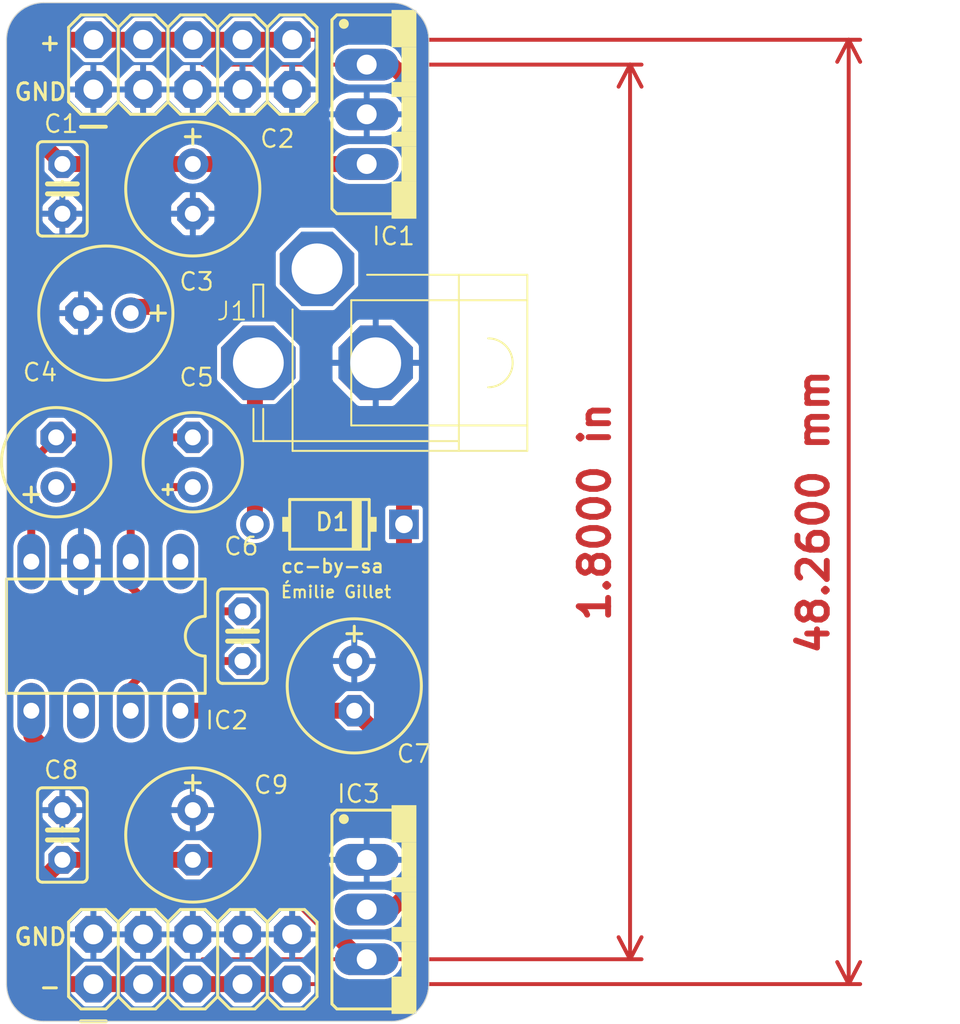
<source format=kicad_pcb>
(kicad_pcb (version 20240108) (generator "pcbnew") (generator_version "8.0")
  (layers (0 "F.Cu" signal) (31 "B.Cu" signal) (34 "B.Paste" user) (35 "F.Paste" user) (36 "B.SilkS" user "B.Silkscreen") (37 "F.SilkS" user "F.Silkscreen") (38 "B.Mask" user) (39 "F.Mask" user) (44 "Edge.Cuts" user))
  (net 0 "")
  (net 1 "GND")
  (net 2 "VCC")
  (net 3 "N$44")
  (net 4 "N$46")
  (net 5 "N$47")
  (net 6 "N$48")
  (net 7 "VEE")
  (net 8 "N$58")
  (net 9 "N$49")
  (footprint "bbf-supply:AVR_ICSP" (layer "F.Cu") (at 147.2311 82.1386 90)
    (property "Reference" "JP1" (hide yes))
    (property "Value" "M05X2PTH" (hide yes))
    (fp_line (start 1.905 -6.35) (end 2.54 -5.715) (stroke (width 0.1524)) (layer "F.SilkS"))
    (fp_line (start -1.905 -6.35) (end 1.905 -6.35) (stroke (width 0.1524)) (layer "F.SilkS"))
    (fp_line (start -1.905 -6.35) (end -2.54 -5.715) (stroke (width 0.1524)) (layer "F.SilkS"))
    (fp_line (start 2.54 -5.715) (end 2.54 -4.445) (stroke (width 0.1524)) (layer "F.SilkS"))
    (fp_line (start -2.54 -5.715) (end -2.54 -4.445) (stroke (width 0.1524)) (layer "F.SilkS"))
    (fp_line (start -3.175 -5.715) (end -3.175 -4.445) (stroke (width 0.2032)) (layer "F.SilkS"))
    (fp_line (start 2.54 -4.445) (end 1.905 -3.81) (stroke (width 0.1524)) (layer "F.SilkS"))
    (fp_line (start -2.54 -4.445) (end -1.905 -3.81) (stroke (width 0.1524)) (layer "F.SilkS"))
    (fp_line (start 1.905 -3.81) (end -1.905 -3.81) (stroke (width 0.1524)) (layer "F.SilkS"))
    (fp_line (start 1.905 -3.81) (end 2.54 -3.175) (stroke (width 0.1524)) (layer "F.SilkS"))
    (fp_line (start -1.905 -3.81) (end -2.54 -3.175) (stroke (width 0.1524)) (layer "F.SilkS"))
    (fp_line (start 2.54 -3.175) (end 2.54 -1.905) (stroke (width 0.1524)) (layer "F.SilkS"))
    (fp_line (start -2.54 -3.175) (end -2.54 -1.905) (stroke (width 0.1524)) (layer "F.SilkS"))
    (fp_line (start 2.54 -1.905) (end 1.905 -1.27) (stroke (width 0.1524)) (layer "F.SilkS"))
    (fp_line (start -2.54 -1.905) (end -1.905 -1.27) (stroke (width 0.1524)) (layer "F.SilkS"))
    (fp_line (start 1.905 -1.27) (end -1.905 -1.27) (stroke (width 0.1524)) (layer "F.SilkS"))
    (fp_line (start 1.905 -1.27) (end 2.54 -0.635) (stroke (width 0.1524)) (layer "F.SilkS"))
    (fp_line (start -1.905 -1.27) (end -2.54 -0.635) (stroke (width 0.1524)) (layer "F.SilkS"))
    (fp_line (start 2.54 -0.635) (end 2.54 0.635) (stroke (width 0.1524)) (layer "F.SilkS"))
    (fp_line (start -2.54 -0.635) (end -2.54 0.635) (stroke (width 0.1524)) (layer "F.SilkS"))
    (fp_line (start 2.54 0.635) (end 1.905 1.27) (stroke (width 0.1524)) (layer "F.SilkS"))
    (fp_line (start -2.54 0.635) (end -1.905 1.27) (stroke (width 0.1524)) (layer "F.SilkS"))
    (fp_line (start 1.905 1.27) (end -1.905 1.27) (stroke (width 0.1524)) (layer "F.SilkS"))
    (fp_line (start 1.905 1.27) (end 2.54 1.905) (stroke (width 0.1524)) (layer "F.SilkS"))
    (fp_line (start -1.905 1.27) (end -2.54 1.905) (stroke (width 0.1524)) (layer "F.SilkS"))
    (fp_line (start 2.54 1.905) (end 2.54 3.175) (stroke (width 0.1524)) (layer "F.SilkS"))
    (fp_line (start -2.54 1.905) (end -2.54 3.175) (stroke (width 0.1524)) (layer "F.SilkS"))
    (fp_line (start 2.54 3.175) (end 1.905 3.81) (stroke (width 0.1524)) (layer "F.SilkS"))
    (fp_line (start -2.54 3.175) (end -1.905 3.81) (stroke (width 0.1524)) (layer "F.SilkS"))
    (fp_line (start 1.905 3.81) (end -1.905 3.81) (stroke (width 0.1524)) (layer "F.SilkS"))
    (fp_line (start 1.905 3.81) (end 2.54 4.445) (stroke (width 0.1524)) (layer "F.SilkS"))
    (fp_line (start -1.905 3.81) (end -2.54 4.445) (stroke (width 0.1524)) (layer "F.SilkS"))
    (fp_line (start 2.54 4.445) (end 2.54 5.715) (stroke (width 0.1524)) (layer "F.SilkS"))
    (fp_line (start -2.54 4.445) (end -2.54 5.715) (stroke (width 0.1524)) (layer "F.SilkS"))
    (fp_line (start 2.54 5.715) (end 1.905 6.35) (stroke (width 0.1524)) (layer "F.SilkS"))
    (fp_line (start -2.54 5.715) (end -1.905 6.35) (stroke (width 0.1524)) (layer "F.SilkS"))
    (fp_line (start 1.905 6.35) (end -1.905 6.35) (stroke (width 0.1524)) (layer "F.SilkS"))
    (fp_poly (pts (xy -1.524 0.254) (xy -1.016 0.254) (xy -1.016 -0.254) (xy -1.524 -0.254)) (fill solid) (layer "F.SilkS"))
    (pad "1" thru_hole roundrect (at -1.27 -5.08) (size 1.8796 1.8796) (drill 1.016) (layers "*.Cu" "*.Mask") (chamfer_ratio 0.2928932188) (chamfer top_left top_right bottom_left bottom_right) (net 1 "GND"))
    (pad "2" thru_hole roundrect (at 1.27 -5.08) (size 1.8796 1.8796) (drill 1.016) (layers "*.Cu" "*.Mask") (chamfer_ratio 0.2928932188) (chamfer top_left top_right bottom_left bottom_right) (net 2 "VCC"))
    (pad "3" thru_hole roundrect (at -1.27 -2.54) (size 1.8796 1.8796) (drill 1.016) (layers "*.Cu" "*.Mask") (chamfer_ratio 0.2928932188) (chamfer top_left top_right bottom_left bottom_right) (net 1 "GND"))
    (pad "4" thru_hole roundrect (at 1.27 -2.54) (size 1.8796 1.8796) (drill 1.016) (layers "*.Cu" "*.Mask") (chamfer_ratio 0.2928932188) (chamfer top_left top_right bottom_left bottom_right) (net 2 "VCC"))
    (pad "5" thru_hole roundrect (at -1.27 0) (size 1.8796 1.8796) (drill 1.016) (layers "*.Cu" "*.Mask") (chamfer_ratio 0.2928932188) (chamfer top_left top_right bottom_left bottom_right) (net 1 "GND"))
    (pad "6" thru_hole roundrect (at 1.27 0) (size 1.8796 1.8796) (drill 1.016) (layers "*.Cu" "*.Mask") (chamfer_ratio 0.2928932188) (chamfer top_left top_right bottom_left bottom_right) (net 2 "VCC"))
    (pad "7" thru_hole roundrect (at -1.27 2.54) (size 1.8796 1.8796) (drill 1.016) (layers "*.Cu" "*.Mask") (chamfer_ratio 0.2928932188) (chamfer top_left top_right bottom_left bottom_right) (net 1 "GND"))
    (pad "8" thru_hole roundrect (at 1.27 2.54) (size 1.8796 1.8796) (drill 1.016) (layers "*.Cu" "*.Mask") (chamfer_ratio 0.2928932188) (chamfer top_left top_right bottom_left bottom_right) (net 2 "VCC"))
    (pad "9" thru_hole roundrect (at -1.27 5.08) (size 1.8796 1.8796) (drill 1.016) (layers "*.Cu" "*.Mask") (chamfer_ratio 0.2928932188) (chamfer top_left top_right bottom_left bottom_right) (net 1 "GND"))
    (pad "10" thru_hole roundrect (at 1.27 5.08) (size 1.8796 1.8796) (drill 1.016) (layers "*.Cu" "*.Mask") (chamfer_ratio 0.2928932188) (chamfer top_left top_right bottom_left bottom_right) (net 2 "VCC"))
  )
  (footprint "bbf-supply:C025-025X050" (layer "F.Cu") (at 140.5636 121.5086 -90)
    (property "Reference" "C8" (at -2.794 1.016 0) (layer "F.SilkS") (effects (font (size 0.9017 0.9017) (thickness 0.1143)) (justify left bottom)))
    (property "Value" "100n")
    (fp_line (start 2.159 1.27) (end -2.159 1.27) (stroke (width 0.1524)) (layer "F.SilkS"))
    (fp_line (start -0.254 0) (end -0.254 0.762) (stroke (width 0.254)) (layer "F.SilkS"))
    (fp_line (start -0.254 0) (end -0.381 0) (stroke (width 0.1524)) (layer "F.SilkS"))
    (fp_line (start 0.254 0) (end 0.254 0.762) (stroke (width 0.254)) (layer "F.SilkS"))
    (fp_line (start 0.254 0) (end 0.254 -0.762) (stroke (width 0.254)) (layer "F.SilkS"))
    (fp_line (start 0.381 0) (end 0.254 0) (stroke (width 0.1524)) (layer "F.SilkS"))
    (fp_line (start -0.254 -0.762) (end -0.254 0) (stroke (width 0.254)) (layer "F.SilkS"))
    (fp_line (start -2.413 -1.016) (end -2.413 1.016) (stroke (width 0.1524)) (layer "F.SilkS"))
    (fp_line (start 2.413 -1.016) (end 2.413 1.016) (stroke (width 0.1524)) (layer "F.SilkS"))
    (fp_line (start -2.159 -1.27) (end 2.159 -1.27) (stroke (width 0.1524)) (layer "F.SilkS"))
    (fp_arc (start -2.159 1.27) (mid -2.338605 1.195605) (end -2.413 1.016) (stroke (width 0.1524)) (layer "F.SilkS"))
    (fp_arc (start 2.413 1.016) (mid 2.338605 1.195605) (end 2.159 1.27) (stroke (width 0.1524)) (layer "F.SilkS"))
    (fp_arc (start -2.413 -1.016) (mid -2.338605 -1.195605) (end -2.159 -1.27) (stroke (width 0.1524)) (layer "F.SilkS"))
    (fp_arc (start 2.159 -1.27) (mid 2.338605 -1.195605) (end 2.413 -1.016) (stroke (width 0.1524)) (layer "F.SilkS"))
    (pad "1" thru_hole roundrect (at -1.27 0 270) (size 1.4224 1.4224) (drill 0.8128) (layers "*.Cu" "*.Mask") (chamfer_ratio 0.2928932188) (chamfer top_left top_right bottom_left bottom_right) (net 1 "GND"))
    (pad "2" thru_hole roundrect (at 1.27 0 270) (size 1.4224 1.4224) (drill 0.8128) (layers "*.Cu" "*.Mask") (chamfer_ratio 0.2928932188) (chamfer top_left top_right bottom_left bottom_right) (net 7 "VEE"))
  )
  (footprint "bbf-supply:AVR_ICSP" (layer "F.Cu") (at 147.2311 127.8586 90)
    (property "Reference" "JP2" (hide yes))
    (property "Value" "M05X2PTH" (hide yes))
    (fp_line (start 1.905 -6.35) (end 2.54 -5.715) (stroke (width 0.1524)) (layer "F.SilkS"))
    (fp_line (start -1.905 -6.35) (end 1.905 -6.35) (stroke (width 0.1524)) (layer "F.SilkS"))
    (fp_line (start -1.905 -6.35) (end -2.54 -5.715) (stroke (width 0.1524)) (layer "F.SilkS"))
    (fp_line (start 2.54 -5.715) (end 2.54 -4.445) (stroke (width 0.1524)) (layer "F.SilkS"))
    (fp_line (start -2.54 -5.715) (end -2.54 -4.445) (stroke (width 0.1524)) (layer "F.SilkS"))
    (fp_line (start -3.175 -5.715) (end -3.175 -4.445) (stroke (width 0.2032)) (layer "F.SilkS"))
    (fp_line (start 2.54 -4.445) (end 1.905 -3.81) (stroke (width 0.1524)) (layer "F.SilkS"))
    (fp_line (start -2.54 -4.445) (end -1.905 -3.81) (stroke (width 0.1524)) (layer "F.SilkS"))
    (fp_line (start 1.905 -3.81) (end -1.905 -3.81) (stroke (width 0.1524)) (layer "F.SilkS"))
    (fp_line (start 1.905 -3.81) (end 2.54 -3.175) (stroke (width 0.1524)) (layer "F.SilkS"))
    (fp_line (start -1.905 -3.81) (end -2.54 -3.175) (stroke (width 0.1524)) (layer "F.SilkS"))
    (fp_line (start 2.54 -3.175) (end 2.54 -1.905) (stroke (width 0.1524)) (layer "F.SilkS"))
    (fp_line (start -2.54 -3.175) (end -2.54 -1.905) (stroke (width 0.1524)) (layer "F.SilkS"))
    (fp_line (start 2.54 -1.905) (end 1.905 -1.27) (stroke (width 0.1524)) (layer "F.SilkS"))
    (fp_line (start -2.54 -1.905) (end -1.905 -1.27) (stroke (width 0.1524)) (layer "F.SilkS"))
    (fp_line (start 1.905 -1.27) (end -1.905 -1.27) (stroke (width 0.1524)) (layer "F.SilkS"))
    (fp_line (start 1.905 -1.27) (end 2.54 -0.635) (stroke (width 0.1524)) (layer "F.SilkS"))
    (fp_line (start -1.905 -1.27) (end -2.54 -0.635) (stroke (width 0.1524)) (layer "F.SilkS"))
    (fp_line (start 2.54 -0.635) (end 2.54 0.635) (stroke (width 0.1524)) (layer "F.SilkS"))
    (fp_line (start -2.54 -0.635) (end -2.54 0.635) (stroke (width 0.1524)) (layer "F.SilkS"))
    (fp_line (start 2.54 0.635) (end 1.905 1.27) (stroke (width 0.1524)) (layer "F.SilkS"))
    (fp_line (start -2.54 0.635) (end -1.905 1.27) (stroke (width 0.1524)) (layer "F.SilkS"))
    (fp_line (start 1.905 1.27) (end -1.905 1.27) (stroke (width 0.1524)) (layer "F.SilkS"))
    (fp_line (start 1.905 1.27) (end 2.54 1.905) (stroke (width 0.1524)) (layer "F.SilkS"))
    (fp_line (start -1.905 1.27) (end -2.54 1.905) (stroke (width 0.1524)) (layer "F.SilkS"))
    (fp_line (start 2.54 1.905) (end 2.54 3.175) (stroke (width 0.1524)) (layer "F.SilkS"))
    (fp_line (start -2.54 1.905) (end -2.54 3.175) (stroke (width 0.1524)) (layer "F.SilkS"))
    (fp_line (start 2.54 3.175) (end 1.905 3.81) (stroke (width 0.1524)) (layer "F.SilkS"))
    (fp_line (start -2.54 3.175) (end -1.905 3.81) (stroke (width 0.1524)) (layer "F.SilkS"))
    (fp_line (start 1.905 3.81) (end -1.905 3.81) (stroke (width 0.1524)) (layer "F.SilkS"))
    (fp_line (start 1.905 3.81) (end 2.54 4.445) (stroke (width 0.1524)) (layer "F.SilkS"))
    (fp_line (start -1.905 3.81) (end -2.54 4.445) (stroke (width 0.1524)) (layer "F.SilkS"))
    (fp_line (start 2.54 4.445) (end 2.54 5.715) (stroke (width 0.1524)) (layer "F.SilkS"))
    (fp_line (start -2.54 4.445) (end -2.54 5.715) (stroke (width 0.1524)) (layer "F.SilkS"))
    (fp_line (start 2.54 5.715) (end 1.905 6.35) (stroke (width 0.1524)) (layer "F.SilkS"))
    (fp_line (start -2.54 5.715) (end -1.905 6.35) (stroke (width 0.1524)) (layer "F.SilkS"))
    (fp_line (start 1.905 6.35) (end -1.905 6.35) (stroke (width 0.1524)) (layer "F.SilkS"))
    (fp_poly (pts (xy -1.524 0.254) (xy -1.016 0.254) (xy -1.016 -0.254) (xy -1.524 -0.254)) (fill solid) (layer "F.SilkS"))
    (pad "1" thru_hole roundrect (at -1.27 -5.08) (size 1.8796 1.8796) (drill 1.016) (layers "*.Cu" "*.Mask") (chamfer_ratio 0.2928932188) (chamfer top_left top_right bottom_left bottom_right) (net 7 "VEE"))
    (pad "2" thru_hole roundrect (at 1.27 -5.08) (size 1.8796 1.8796) (drill 1.016) (layers "*.Cu" "*.Mask") (chamfer_ratio 0.2928932188) (chamfer top_left top_right bottom_left bottom_right) (net 1 "GND"))
    (pad "3" thru_hole roundrect (at -1.27 -2.54) (size 1.8796 1.8796) (drill 1.016) (layers "*.Cu" "*.Mask") (chamfer_ratio 0.2928932188) (chamfer top_left top_right bottom_left bottom_right) (net 7 "VEE"))
    (pad "4" thru_hole roundrect (at 1.27 -2.54) (size 1.8796 1.8796) (drill 1.016) (layers "*.Cu" "*.Mask") (chamfer_ratio 0.2928932188) (chamfer top_left top_right bottom_left bottom_right) (net 1 "GND"))
    (pad "5" thru_hole roundrect (at -1.27 0) (size 1.8796 1.8796) (drill 1.016) (layers "*.Cu" "*.Mask") (chamfer_ratio 0.2928932188) (chamfer top_left top_right bottom_left bottom_right) (net 7 "VEE"))
    (pad "6" thru_hole roundrect (at 1.27 0) (size 1.8796 1.8796) (drill 1.016) (layers "*.Cu" "*.Mask") (chamfer_ratio 0.2928932188) (chamfer top_left top_right bottom_left bottom_right) (net 1 "GND"))
    (pad "7" thru_hole roundrect (at -1.27 2.54) (size 1.8796 1.8796) (drill 1.016) (layers "*.Cu" "*.Mask") (chamfer_ratio 0.2928932188) (chamfer top_left top_right bottom_left bottom_right) (net 7 "VEE"))
    (pad "8" thru_hole roundrect (at 1.27 2.54) (size 1.8796 1.8796) (drill 1.016) (layers "*.Cu" "*.Mask") (chamfer_ratio 0.2928932188) (chamfer top_left top_right bottom_left bottom_right) (net 1 "GND"))
    (pad "9" thru_hole roundrect (at -1.27 5.08) (size 1.8796 1.8796) (drill 1.016) (layers "*.Cu" "*.Mask") (chamfer_ratio 0.2928932188) (chamfer top_left top_right bottom_left bottom_right) (net 7 "VEE"))
    (pad "10" thru_hole roundrect (at 1.27 5.08) (size 1.8796 1.8796) (drill 1.016) (layers "*.Cu" "*.Mask") (chamfer_ratio 0.2928932188) (chamfer top_left top_right bottom_left bottom_right) (net 1 "GND"))
  )
  (footprint "bbf-supply:C025-025X050" (layer "F.Cu") (at 140.5636 88.4886 -90)
    (property "Reference" "C1" (at -2.794 1.016 0) (layer "F.SilkS") (effects (font (size 0.9017 0.9017) (thickness 0.1143)) (justify left bottom)))
    (property "Value" "100n")
    (fp_line (start 2.159 1.27) (end -2.159 1.27) (stroke (width 0.1524)) (layer "F.SilkS"))
    (fp_line (start -0.254 0) (end -0.254 0.762) (stroke (width 0.254)) (layer "F.SilkS"))
    (fp_line (start -0.254 0) (end -0.381 0) (stroke (width 0.1524)) (layer "F.SilkS"))
    (fp_line (start 0.254 0) (end 0.254 0.762) (stroke (width 0.254)) (layer "F.SilkS"))
    (fp_line (start 0.254 0) (end 0.254 -0.762) (stroke (width 0.254)) (layer "F.SilkS"))
    (fp_line (start 0.381 0) (end 0.254 0) (stroke (width 0.1524)) (layer "F.SilkS"))
    (fp_line (start -0.254 -0.762) (end -0.254 0) (stroke (width 0.254)) (layer "F.SilkS"))
    (fp_line (start -2.413 -1.016) (end -2.413 1.016) (stroke (width 0.1524)) (layer "F.SilkS"))
    (fp_line (start 2.413 -1.016) (end 2.413 1.016) (stroke (width 0.1524)) (layer "F.SilkS"))
    (fp_line (start -2.159 -1.27) (end 2.159 -1.27) (stroke (width 0.1524)) (layer "F.SilkS"))
    (fp_arc (start -2.159 1.27) (mid -2.338605 1.195605) (end -2.413 1.016) (stroke (width 0.1524)) (layer "F.SilkS"))
    (fp_arc (start 2.413 1.016) (mid 2.338605 1.195605) (end 2.159 1.27) (stroke (width 0.1524)) (layer "F.SilkS"))
    (fp_arc (start -2.413 -1.016) (mid -2.338605 -1.195605) (end -2.159 -1.27) (stroke (width 0.1524)) (layer "F.SilkS"))
    (fp_arc (start 2.159 -1.27) (mid 2.338605 -1.195605) (end 2.413 -1.016) (stroke (width 0.1524)) (layer "F.SilkS"))
    (pad "1" thru_hole roundrect (at -1.27 0 270) (size 1.4224 1.4224) (drill 0.8128) (layers "*.Cu" "*.Mask") (chamfer_ratio 0.2928932188) (chamfer top_left top_right bottom_left bottom_right) (net 2 "VCC"))
    (pad "2" thru_hole roundrect (at 1.27 0 270) (size 1.4224 1.4224) (drill 0.8128) (layers "*.Cu" "*.Mask") (chamfer_ratio 0.2928932188) (chamfer top_left top_right bottom_left bottom_right) (net 1 "GND"))
  )
  (footprint "bbf-supply:E2,5-7" (layer "F.Cu") (at 142.7861 94.8386 180)
    (property "Reference" "C3" (at -3.683 1.0795 0) (layer "F.SilkS") (effects (font (size 0.9017 0.9017) (thickness 0.1143)) (justify left bottom)))
    (property "Value" "100u")
    (fp_line (start -2.667 0.381) (end -2.667 -0.381) (stroke (width 0.1524)) (layer "F.SilkS"))
    (fp_line (start -3.048 0) (end -2.286 0) (stroke (width 0.1524)) (layer "F.SilkS"))
    (fp_circle (center 0 0) (end 3.429 0) (stroke (width 0.1524)) (fill none) (layer "F.SilkS"))
    (pad "+" thru_hole circle (at -1.27 0 180) (size 1.6002 1.6002) (drill 0.8128) (layers "*.Cu" "*.Mask") (net 4 "N$46"))
    (pad "-" thru_hole roundrect (at 1.27 0 180) (size 1.6002 1.6002) (drill 0.8128) (layers "*.Cu" "*.Mask") (chamfer_ratio 0.2928932188) (chamfer top_left top_right bottom_left bottom_right) (net 1 "GND"))
  )
  (footprint "bbf-supply:C025-025X050" (layer "F.Cu") (at 149.7711 111.3486 -90)
    (property "Reference" "C6" (at -4.064 1.016 0) (layer "F.SilkS") (effects (font (size 0.9017 0.9017) (thickness 0.1143)) (justify left bottom)))
    (property "Value" "10p")
    (fp_line (start 2.159 1.27) (end -2.159 1.27) (stroke (width 0.1524)) (layer "F.SilkS"))
    (fp_line (start -0.254 0) (end -0.254 0.762) (stroke (width 0.254)) (layer "F.SilkS"))
    (fp_line (start -0.254 0) (end -0.381 0) (stroke (width 0.1524)) (layer "F.SilkS"))
    (fp_line (start 0.254 0) (end 0.254 0.762) (stroke (width 0.254)) (layer "F.SilkS"))
    (fp_line (start 0.254 0) (end 0.254 -0.762) (stroke (width 0.254)) (layer "F.SilkS"))
    (fp_line (start 0.381 0) (end 0.254 0) (stroke (width 0.1524)) (layer "F.SilkS"))
    (fp_line (start -0.254 -0.762) (end -0.254 0) (stroke (width 0.254)) (layer "F.SilkS"))
    (fp_line (start -2.413 -1.016) (end -2.413 1.016) (stroke (width 0.1524)) (layer "F.SilkS"))
    (fp_line (start 2.413 -1.016) (end 2.413 1.016) (stroke (width 0.1524)) (layer "F.SilkS"))
    (fp_line (start -2.159 -1.27) (end 2.159 -1.27) (stroke (width 0.1524)) (layer "F.SilkS"))
    (fp_arc (start -2.159 1.27) (mid -2.338605 1.195605) (end -2.413 1.016) (stroke (width 0.1524)) (layer "F.SilkS"))
    (fp_arc (start 2.413 1.016) (mid 2.338605 1.195605) (end 2.159 1.27) (stroke (width 0.1524)) (layer "F.SilkS"))
    (fp_arc (start -2.413 -1.016) (mid -2.338605 -1.195605) (end -2.159 -1.27) (stroke (width 0.1524)) (layer "F.SilkS"))
    (fp_arc (start 2.159 -1.27) (mid 2.338605 -1.195605) (end 2.413 -1.016) (stroke (width 0.1524)) (layer "F.SilkS"))
    (pad "1" thru_hole roundrect (at -1.27 0 270) (size 1.4224 1.4224) (drill 0.8128) (layers "*.Cu" "*.Mask") (chamfer_ratio 0.2928932188) (chamfer top_left top_right bottom_left bottom_right) (net 5 "N$47"))
    (pad "2" thru_hole roundrect (at 1.27 0 270) (size 1.4224 1.4224) (drill 0.8128) (layers "*.Cu" "*.Mask") (chamfer_ratio 0.2928932188) (chamfer top_left top_right bottom_left bottom_right) (net 9 "N$49"))
  )
  (footprint "bbf-supply:E2,5-5" (layer "F.Cu") (at 147.2311 102.4586 90)
    (property "Reference" "C5" (at 3.81 -0.762 0) (layer "F.SilkS") (effects (font (size 0.9017 0.9017) (thickness 0.1143)) (justify left bottom)))
    (property "Value" "10u")
    (fp_line (start -1.397 -1.27) (end -1.397 -1.524) (stroke (width 0.1524)) (layer "F.SilkS"))
    (fp_line (start -1.397 -1.27) (end -1.143 -1.27) (stroke (width 0.1524)) (layer "F.SilkS"))
    (fp_line (start -1.651 -1.27) (end -1.397 -1.27) (stroke (width 0.1524)) (layer "F.SilkS"))
    (fp_line (start -1.397 -1.016) (end -1.397 -1.27) (stroke (width 0.1524)) (layer "F.SilkS"))
    (fp_circle (center 0 0) (end 2.54 0) (stroke (width 0.1524)) (fill none) (layer "F.SilkS"))
    (pad "+" thru_hole circle (at -1.27 0 90) (size 1.6002 1.6002) (drill 0.8128) (layers "*.Cu" "*.Mask") (net 5 "N$47"))
    (pad "-" thru_hole roundrect (at 1.27 0 90) (size 1.6002 1.6002) (drill 0.8128) (layers "*.Cu" "*.Mask") (chamfer_ratio 0.2928932188) (chamfer top_left top_right bottom_left bottom_right) (net 6 "N$48"))
  )
  (footprint "bbf-supply:E2,5-7" (layer "F.Cu") (at 147.2311 88.4886 -90)
    (property "Reference" "C2" (at -2.032 -3.3655 0) (layer "F.SilkS") (effects (font (size 0.9017 0.9017) (thickness 0.1143)) (justify left bottom)))
    (property "Value" "100u")
    (fp_line (start -2.667 0.381) (end -2.667 -0.381) (stroke (width 0.1524)) (layer "F.SilkS"))
    (fp_line (start -3.048 0) (end -2.286 0) (stroke (width 0.1524)) (layer "F.SilkS"))
    (fp_circle (center 0 0) (end 3.429 0) (stroke (width 0.1524)) (fill none) (layer "F.SilkS"))
    (pad "+" thru_hole circle (at -1.27 0 270) (size 1.6002 1.6002) (drill 0.8128) (layers "*.Cu" "*.Mask") (net 2 "VCC"))
    (pad "-" thru_hole roundrect (at 1.27 0 270) (size 1.6002 1.6002) (drill 0.8128) (layers "*.Cu" "*.Mask") (chamfer_ratio 0.2928932188) (chamfer top_left top_right bottom_left bottom_right) (net 1 "GND"))
  )
  (footprint "bbf-supply:E2,5-7" (layer "F.Cu") (at 155.4861 113.8886 -90)
    (property "Reference" "C7" (at 4.0005 -2.0955 0) (layer "F.SilkS") (effects (font (size 0.9017 0.9017) (thickness 0.1143)) (justify left bottom)))
    (property "Value" "100u")
    (fp_line (start -2.667 0.381) (end -2.667 -0.381) (stroke (width 0.1524)) (layer "F.SilkS"))
    (fp_line (start -3.048 0) (end -2.286 0) (stroke (width 0.1524)) (layer "F.SilkS"))
    (fp_circle (center 0 0) (end 3.429 0) (stroke (width 0.1524)) (fill none) (layer "F.SilkS"))
    (pad "+" thru_hole circle (at -1.27 0 270) (size 1.6002 1.6002) (drill 0.8128) (layers "*.Cu" "*.Mask") (net 1 "GND"))
    (pad "-" thru_hole roundrect (at 1.27 0 270) (size 1.6002 1.6002) (drill 0.8128) (layers "*.Cu" "*.Mask") (chamfer_ratio 0.2928932188) (chamfer top_left top_right bottom_left bottom_right) (net 8 "N$58"))
  )
  (footprint "bbf-supply:E2,5-7" (layer "F.Cu") (at 147.2311 121.5086 -90)
    (property "Reference" "C9" (at -2.032 -3.048 0) (layer "F.SilkS") (effects (font (size 0.9017 0.9017) (thickness 0.1143)) (justify left bottom)))
    (property "Value" "100u")
    (fp_line (start -2.667 0.381) (end -2.667 -0.381) (stroke (width 0.1524)) (layer "F.SilkS"))
    (fp_line (start -3.048 0) (end -2.286 0) (stroke (width 0.1524)) (layer "F.SilkS"))
    (fp_circle (center 0 0) (end 3.429 0) (stroke (width 0.1524)) (fill none) (layer "F.SilkS"))
    (pad "+" thru_hole circle (at -1.27 0 270) (size 1.6002 1.6002) (drill 0.8128) (layers "*.Cu" "*.Mask") (net 1 "GND"))
    (pad "-" thru_hole roundrect (at 1.27 0 270) (size 1.6002 1.6002) (drill 0.8128) (layers "*.Cu" "*.Mask") (chamfer_ratio 0.2928932188) (chamfer top_left top_right bottom_left bottom_right) (net 7 "VEE"))
  )
  (footprint "bbf-supply:79XXS" (layer "F.Cu") (at 158.6611 125.3186 -90)
    (property "Reference" "IC3" (at -5.3848 4.1275 0) (layer "F.SilkS") (effects (font (size 0.9017 0.9017) (thickness 0.1143)) (justify left bottom)))
    (property "Value" "790X")
    (fp_line (start 4.826 4.318) (end -4.826 4.318) (stroke (width 0.1524)) (layer "F.SilkS"))
    (fp_line (start 4.826 4.318) (end 5.08 4.064) (stroke (width 0.1524)) (layer "F.SilkS"))
    (fp_line (start -5.08 4.064) (end -4.826 4.318) (stroke (width 0.1524)) (layer "F.SilkS"))
    (fp_line (start -5.08 4.064) (end -5.08 1.143) (stroke (width 0.1524)) (layer "F.SilkS"))
    (fp_line (start 5.08 1.143) (end 5.08 4.064) (stroke (width 0.1524)) (layer "F.SilkS"))
    (fp_circle (center -4.6228 3.7084) (end -4.4958 3.7084) (stroke (width 0.254)) (fill solid) (layer "F.SilkS"))
    (fp_poly (pts (xy -5.334 1.27) (xy -3.429 1.27) (xy -3.429 0) (xy -5.334 0)) (fill solid) (layer "F.SilkS"))
    (fp_poly (pts (xy -1.651 1.27) (xy -0.889 1.27) (xy -0.889 0) (xy -1.651 0)) (fill solid) (layer "F.SilkS"))
    (fp_poly (pts (xy 0.889 1.27) (xy 1.651 1.27) (xy 1.651 0) (xy 0.889 0)) (fill solid) (layer "F.SilkS"))
    (fp_poly (pts (xy 3.429 1.27) (xy 5.334 1.27) (xy 5.334 0) (xy 3.429 0)) (fill solid) (layer "F.SilkS"))
    (fp_poly (pts (xy -3.429 0.762) (xy -1.651 0.762) (xy -1.651 0) (xy -3.429 0)) (fill solid) (layer "F.SilkS"))
    (fp_poly (pts (xy -0.889 0.762) (xy 0.889 0.762) (xy 0.889 0) (xy -0.889 0)) (fill solid) (layer "F.SilkS"))
    (fp_poly (pts (xy 1.651 0.762) (xy 3.429 0.762) (xy 3.429 0) (xy 1.651 0)) (fill solid) (layer "F.SilkS"))
    (pad "GND" thru_hole oval (at -2.54 2.54) (size 3.2512 1.6256) (drill 1.016) (layers "*.Cu" "*.Mask") (net 1 "GND"))
    (pad "IN" thru_hole oval (at 0 2.54) (size 3.2512 1.6256) (drill 1.016) (layers "*.Cu" "*.Mask") (net 8 "N$58"))
    (pad "OUT" thru_hole oval (at 2.54 2.54) (size 3.2512 1.6256) (drill 1.016) (layers "*.Cu" "*.Mask") (net 7 "VEE"))
  )
  (footprint "bbf-supply:78XXS" (layer "F.Cu") (at 158.6611 84.6786 -90)
    (property "Reference" "IC1" (at 5.7023 0 0) (layer "F.SilkS") (effects (font (size 0.9017 0.9017) (thickness 0.1143)) (justify right top)))
    (property "Value" "780X")
    (fp_line (start 4.826 4.318) (end -4.826 4.318) (stroke (width 0.1524)) (layer "F.SilkS"))
    (fp_line (start 4.826 4.318) (end 5.08 4.064) (stroke (width 0.1524)) (layer "F.SilkS"))
    (fp_line (start -5.08 4.064) (end -4.826 4.318) (stroke (width 0.1524)) (layer "F.SilkS"))
    (fp_line (start -5.08 4.064) (end -5.08 1.143) (stroke (width 0.1524)) (layer "F.SilkS"))
    (fp_line (start 5.08 1.143) (end 5.08 4.064) (stroke (width 0.1524)) (layer "F.SilkS"))
    (fp_circle (center -4.6228 3.7084) (end -4.4958 3.7084) (stroke (width 0.254)) (fill solid) (layer "F.SilkS"))
    (fp_poly (pts (xy -5.334 1.27) (xy -3.429 1.27) (xy -3.429 0) (xy -5.334 0)) (fill solid) (layer "F.SilkS"))
    (fp_poly (pts (xy -1.651 1.27) (xy -0.889 1.27) (xy -0.889 0) (xy -1.651 0)) (fill solid) (layer "F.SilkS"))
    (fp_poly (pts (xy 0.889 1.27) (xy 1.651 1.27) (xy 1.651 0) (xy 0.889 0)) (fill solid) (layer "F.SilkS"))
    (fp_poly (pts (xy 3.429 1.27) (xy 5.334 1.27) (xy 5.334 0) (xy 3.429 0)) (fill solid) (layer "F.SilkS"))
    (fp_poly (pts (xy -3.429 0.762) (xy -1.651 0.762) (xy -1.651 0) (xy -3.429 0)) (fill solid) (layer "F.SilkS"))
    (fp_poly (pts (xy -0.889 0.762) (xy 0.889 0.762) (xy 0.889 0) (xy -0.889 0)) (fill solid) (layer "F.SilkS"))
    (fp_poly (pts (xy 1.651 0.762) (xy 3.429 0.762) (xy 3.429 0) (xy 1.651 0)) (fill solid) (layer "F.SilkS"))
    (pad "GND" thru_hole oval (at 0 2.54) (size 3.2512 1.6256) (drill 1.016) (layers "*.Cu" "*.Mask") (net 1 "GND"))
    (pad "IN" thru_hole oval (at -2.54 2.54) (size 3.2512 1.6256) (drill 1.016) (layers "*.Cu" "*.Mask") (net 4 "N$46"))
    (pad "OUT" thru_hole oval (at 2.54 2.54) (size 3.2512 1.6256) (drill 1.016) (layers "*.Cu" "*.Mask") (net 2 "VCC"))
  )
  (footprint "bbf-supply:E2,5-6" (layer "F.Cu") (at 140.2461 102.4586 90)
    (property "Reference" "C4" (at 4.064 -1.778 0) (layer "F.SilkS") (effects (font (size 0.9017 0.9017) (thickness 0.1143)) (justify left bottom)))
    (property "Value" "100u")
    (fp_line (start -1.651 -1.27) (end -1.651 -1.651) (stroke (width 0.1524)) (layer "F.SilkS"))
    (fp_line (start -1.651 -1.27) (end -1.27 -1.27) (stroke (width 0.1524)) (layer "F.SilkS"))
    (fp_line (start -2.032 -1.27) (end -1.651 -1.27) (stroke (width 0.1524)) (layer "F.SilkS"))
    (fp_line (start -1.651 -0.889) (end -1.651 -1.27) (stroke (width 0.1524)) (layer "F.SilkS"))
    (fp_circle (center 0 0) (end 2.794 0) (stroke (width 0.1524)) (fill none) (layer "F.SilkS"))
    (pad "+" thru_hole circle (at -1.27 0 90) (size 1.6002 1.6002) (drill 0.8128) (layers "*.Cu" "*.Mask") (net 5 "N$47"))
    (pad "-" thru_hole roundrect (at 1.27 0 90) (size 1.6002 1.6002) (drill 0.8128) (layers "*.Cu" "*.Mask") (chamfer_ratio 0.2928932188) (chamfer top_left top_right bottom_left bottom_right) (net 6 "N$48"))
  )
  (footprint "bbf-supply:SPC4078_BIG_HOLES" (layer "F.Cu") (at 156.1211 97.3786 180)
    (property "Reference" "J1" (at 6.0325 3.175 0) (layer "F.SilkS") (effects (font (size 0.922528 0.922528) (thickness 0.093472)) (justify right top)))
    (property "Value" "")
    (fp_line (start 5.79 4) (end 5.79 2.35) (stroke (width 0.1)) (layer "F.SilkS"))
    (fp_line (start 5.79 -2.35) (end 5.79 -4) (stroke (width 0.1)) (layer "F.SilkS"))
    (fp_line (start 5.29 4) (end 5.79 4) (stroke (width 0.1)) (layer "F.SilkS"))
    (fp_line (start 5.29 4) (end 5.29 2.35) (stroke (width 0.1)) (layer "F.SilkS"))
    (fp_line (start 5.29 -2.35) (end 5.29 -4) (stroke (width 0.1)) (layer "F.SilkS"))
    (fp_line (start 5.29 -4) (end 5.79 -4) (stroke (width 0.1)) (layer "F.SilkS"))
    (fp_line (start 3.79 2.73) (end 3.79 -4) (stroke (width 0.1)) (layer "F.SilkS"))
    (fp_line (start 3.79 -4) (end 5.29 -4) (stroke (width 0.1)) (layer "F.SilkS"))
    (fp_line (start 3.79 -4) (end 3.79 -4.5) (stroke (width 0.1)) (layer "F.SilkS"))
    (fp_line (start 0.79 3.2) (end 0.79 -3.2) (stroke (width 0.1)) (layer "F.SilkS"))
    (fp_line (start -4.71 4.5) (end -4.71 -4) (stroke (width 0.1)) (layer "F.SilkS"))
    (fp_line (start -4.71 -4) (end 3.79 -4) (stroke (width 0.1)) (layer "F.SilkS"))
    (fp_line (start -4.71 -4) (end -4.71 -4.5) (stroke (width 0.1)) (layer "F.SilkS"))
    (fp_line (start -8.21 4.5) (end -0.02 4.5) (stroke (width 0.1)) (layer "F.SilkS"))
    (fp_line (start -8.21 4.5) (end -8.21 3.2) (stroke (width 0.1)) (layer "F.SilkS"))
    (fp_line (start -8.21 3.2) (end 0.79 3.2) (stroke (width 0.1)) (layer "F.SilkS"))
    (fp_line (start -8.21 3.2) (end -8.21 -3.2) (stroke (width 0.1)) (layer "F.SilkS"))
    (fp_line (start -8.21 -3.2) (end 0.79 -3.2) (stroke (width 0.1)) (layer "F.SilkS"))
    (fp_line (start -8.21 -3.2) (end -8.21 -4.5) (stroke (width 0.1)) (layer "F.SilkS"))
    (fp_line (start -8.21 -4.5) (end 3.79 -4.5) (stroke (width 0.1)) (layer "F.SilkS"))
    (fp_arc (start -6.21 1.25) (mid -7.46 0) (end -6.21 -1.25) (stroke (width 0.1)) (layer "F.SilkS"))
    (pad "1" thru_hole roundrect (at -0.46 0 270) (size 3.81 3.81) (drill 2.6) (layers "*.Cu" "*.Mask") (chamfer_ratio 0.2928932188) (chamfer top_left top_right bottom_left bottom_right) (net 1 "GND"))
    (pad "2" thru_hole roundrect (at 2.54 4.8 180) (size 3.81 3.81) (drill 2.6) (layers "*.Cu" "*.Mask") (chamfer_ratio 0.2928932188) (chamfer top_left top_right bottom_left bottom_right))
    (pad "3" thru_hole roundrect (at 5.54 0 270) (size 3.81 3.81) (drill 2.6) (layers "*.Cu" "*.Mask") (chamfer_ratio 0.2928932188) (chamfer top_left top_right bottom_left bottom_right) (net 3 "N$44"))
  )
  (footprint "bbf-supply:DIL08" (layer "F.Cu") (at 142.7861 111.3486 180)
    (property "Reference" "IC2" (at -5.0165 -4.826 0) (layer "F.SilkS") (effects (font (size 0.9017 0.9017) (thickness 0.1143)) (justify left bottom)))
    (property "Value" "LT1054")
    (fp_line (start 5.08 -2.921) (end 5.08 2.921) (stroke (width 0.1524)) (layer "F.SilkS"))
    (fp_line (start 5.08 -2.921) (end -5.08 -2.921) (stroke (width 0.1524)) (layer "F.SilkS"))
    (fp_line (start -5.08 2.921) (end 5.08 2.921) (stroke (width 0.1524)) (layer "F.SilkS"))
    (fp_line (start -5.08 2.921) (end -5.08 1.016) (stroke (width 0.1524)) (layer "F.SilkS"))
    (fp_line (start -5.08 -2.921) (end -5.08 -1.016) (stroke (width 0.1524)) (layer "F.SilkS"))
    (fp_arc (start -5.08 -1.016) (mid -4.064 0) (end -5.08 1.016) (stroke (width 0.1524)) (layer "F.SilkS"))
    (pad "1" thru_hole oval (at -3.81 3.81 270) (size 2.8448 1.4224) (drill 0.8128) (layers "*.Cu" "*.Mask"))
    (pad "2" thru_hole oval (at -1.27 3.81 270) (size 2.8448 1.4224) (drill 0.8128) (layers "*.Cu" "*.Mask") (net 5 "N$47"))
    (pad "3" thru_hole oval (at 1.27 3.81 270) (size 2.8448 1.4224) (drill 0.8128) (layers "*.Cu" "*.Mask") (net 1 "GND"))
    (pad "4" thru_hole oval (at 3.81 3.81 270) (size 2.8448 1.4224) (drill 0.8128) (layers "*.Cu" "*.Mask") (net 6 "N$48"))
    (pad "5" thru_hole oval (at 3.81 -3.81 270) (size 2.8448 1.4224) (drill 0.8128) (layers "*.Cu" "*.Mask") (net 8 "N$58"))
    (pad "6" thru_hole oval (at 1.27 -3.81 270) (size 2.8448 1.4224) (drill 0.8128) (layers "*.Cu" "*.Mask"))
    (pad "7" thru_hole oval (at -1.27 -3.81 270) (size 2.8448 1.4224) (drill 0.8128) (layers "*.Cu" "*.Mask") (net 9 "N$49"))
    (pad "8" thru_hole oval (at -3.81 -3.81 270) (size 2.8448 1.4224) (drill 0.8128) (layers "*.Cu" "*.Mask") (net 4 "N$46"))
  )
  (footprint "bbf-supply:DO41-3" (layer "F.Cu") (at 154.2161 105.6336 180)
    (property "Reference" "D1" (at -1.0922 0.635 0) (layer "F.SilkS") (effects (font (size 0.881888 0.881888) (thickness 0.134112)) (justify right top)))
    (property "Value" "1N4001")
    (fp_line (start 2.032 1.27) (end 2.032 -1.27) (stroke (width 0.1524)) (layer "F.SilkS"))
    (fp_line (start 2.032 1.27) (end -2.032 1.27) (stroke (width 0.1524)) (layer "F.SilkS"))
    (fp_line (start -2.032 -1.27) (end 2.032 -1.27) (stroke (width 0.1524)) (layer "F.SilkS"))
    (fp_line (start -2.032 -1.27) (end -2.032 1.27) (stroke (width 0.1524)) (layer "F.SilkS"))
    (fp_poly (pts (xy 2.032 0.381) (xy 2.413 0.381) (xy 2.413 -0.381) (xy 2.032 -0.381)) (fill solid) (layer "F.SilkS"))
    (fp_poly (pts (xy -1.651 1.27) (xy -1.143 1.27) (xy -1.143 -1.27) (xy -1.651 -1.27)) (fill solid) (layer "F.SilkS"))
    (fp_poly (pts (xy -2.413 0.381) (xy -2.032 0.381) (xy -2.032 -0.381) (xy -2.413 -0.381)) (fill solid) (layer "F.SilkS"))
    (pad "A" thru_hole circle (at 3.81 0 180) (size 1.5096 1.5096) (drill 0.9) (layers "*.Cu" "*.Mask") (net 3 "N$44"))
    (pad "C" thru_hole rect (at -3.81 0 180) (size 1.5096 1.5096) (drill 0.9) (layers "*.Cu" "*.Mask") (net 4 "N$46"))
  )
  (gr_line (start 137.7061 80.8686) (end 137.7061 129.1286) (stroke (width 0.05)) (layer "Edge.Cuts"))
  (gr_line (start 159.2961 129.1286) (end 159.2961 80.8686) (stroke (width 0.05)) (layer "Edge.Cuts"))
  (gr_line (start 157.4011 78.9736) (end 139.6011 78.9736) (stroke (width 0.05)) (layer "Edge.Cuts"))
  (gr_arc (start 137.7061 80.8686) (mid 138.261133 79.528633) (end 139.6011 78.9736) (stroke (width 0.05)) (layer "Edge.Cuts"))
  (gr_arc (start 157.4011 78.9736) (mid 158.741067 79.528633) (end 159.2961 80.8686) (stroke (width 0.05)) (layer "Edge.Cuts"))
  (gr_arc (start 159.2961 129.1286) (mid 158.738138 130.475638) (end 157.3911 131.0336) (stroke (width 0.05)) (layer "Edge.Cuts"))
  (gr_line (start 139.6111 131.0336) (end 157.3911 131.0336) (stroke (width 0.05)) (layer "Edge.Cuts"))
  (gr_arc (start 139.6111 131.0336) (mid 138.264062 130.475638) (end 137.7061 129.1286) (stroke (width 0.05)) (layer "Edge.Cuts"))
  (gr_text "+" (at 139.2936 81.5036 0) (layer "F.SilkS") (effects (font (size 0.8636 0.8636) (thickness 0.1524)) (justify left bottom)))
  (gr_text "GND" (at 138.0236 84.0436 0) (layer "F.SilkS") (effects (font (size 0.8636 0.8636) (thickness 0.1524)) (justify left bottom)))
  (gr_text "cc-by-sa" (at 151.6761 108.1736 0) (layer "F.SilkS") (effects (font (size 0.69088 0.69088) (thickness 0.12192)) (justify left bottom)))
  (gr_text "Émilie Gillet" (at 151.6761 109.4436 0) (layer "F.SilkS") (effects (font (size 0.60452 0.60452) (thickness 0.10668)) (justify left bottom)))
  (gr_text "GND" (at 138.0236 127.2236 0) (layer "F.SilkS") (effects (font (size 0.8636 0.8636) (thickness 0.1524)) (justify left bottom)))
  (gr_text "-" (at 139.2936 129.7636 0) (layer "F.SilkS") (effects (font (size 0.8636 0.8636) (thickness 0.1524)) (justify left bottom)))
  (dimension (type aligned) (layer "F.Cu") (pts (xy 152.3111 129.1286) (xy 152.3111 80.8686)) (height 28.448) (gr_text "48.2600 mm" (at 178.9591 104.9986 90) (layer "F.Cu") (effects (font (size 1.5 1.5) (thickness 0.3)))) (format (prefix "") (suffix "") (units 3) (units_format 1) (precision 4)) (style (thickness 0.2) (arrow_length 1.27) (text_position_mode 0) (extension_height 0.58642) (extension_offset 0.5) keep_text_aligned))
  (dimension (type aligned) (layer "F.Cu") (pts (xy 147.2311 127.8586) (xy 147.2311 82.1386)) (height 22.352) (gr_text "1.8000 in" (at 167.7831 104.9986 90) (layer "F.Cu") (effects (font (size 1.5 1.5) (thickness 0.3)))) (format (prefix "") (suffix "") (units 0) (units_format 1) (precision 4)) (style (thickness 0.2) (arrow_length 1.27) (text_position_mode 0) (extension_height 0.58642) (extension_offset 0.5) keep_text_aligned))
  (segment (start 147.2311 80.8686) (end 149.7711 80.8686) (width 0.8128) (layer "F.Cu") (net 2))
  (segment (start 149.7711 80.8686) (end 152.3111 80.8686) (width 0.8128) (layer "F.Cu") (net 2))
  (segment (start 138.9761 85.6311) (end 138.9761 82.1386) (width 0.8128) (layer "F.Cu") (net 2))
  (segment (start 138.9761 82.1386) (end 140.2461 80.8686) (width 0.8128) (layer "F.Cu") (net 2))
  (segment (start 140.2461 80.8686) (end 142.1511 80.8686) (width 0.8128) (layer "F.Cu") (net 2))
  (segment (start 144.6911 80.8686) (end 147.2311 80.8686) (width 0.8128) (layer "F.Cu") (net 2))
  (segment (start 147.2311 87.2186) (end 156.1211 87.2186) (width 0.8128) (layer "F.Cu") (net 2))
  (segment (start 140.5636 87.2186) (end 147.2311 87.2186) (width 0.8128) (layer "F.Cu") (net 2))
  (segment (start 138.9761 85.6311) (end 140.5636 87.2186) (width 0.8128) (layer "F.Cu") (net 2))
  (segment (start 142.1511 80.8686) (end 144.6911 80.8686) (width 0.8128) (layer "F.Cu") (net 2))
  (segment (start 150.4061 105.6336) (end 150.4061 98.6486) (width 0.8128) (layer "F.Cu") (net 3))
  (segment (start 150.5811 98.4736) (end 150.5811 97.3786) (width 0.8128) (layer "F.Cu") (net 3))
  (segment (start 150.4061 98.6486) (end 150.5811 98.4736) (width 0.8128) (layer "F.Cu") (net 3))
  (segment (start 157.3911 89.7586) (end 158.6611 88.4886) (width 0.8128) (layer "F.Cu") (net 4))
  (segment (start 157.3911 82.1386) (end 156.1211 82.1386) (width 0.8128) (layer "F.Cu") (net 4))
  (segment (start 150.4061 94.5211) (end 150.4061 91.6636) (width 0.8128) (layer "F.Cu") (net 4))
  (segment (start 149.7711 115.1586) (end 158.0261 106.9036) (width 0.8128) (layer "F.Cu") (net 4))
  (segment (start 151.6761 94.5211) (end 150.4061 94.5211) (width 0.8128) (layer "F.Cu") (net 4))
  (segment (start 158.0261 106.9036) (end 158.0261 105.6336) (width 0.8128) (layer "F.Cu") (net 4))
  (segment (start 158.6611 83.4086) (end 157.3911 82.1386) (width 0.8128) (layer "F.Cu") (net 4))
  (segment (start 144.3736 94.5211) (end 144.0561 94.8386) (width 0.8128) (layer "F.Cu") (net 4))
  (segment (start 150.4061 91.6636) (end 152.3111 89.7586) (width 0.8128) (layer "F.Cu") (net 4))
  (segment (start 158.0261 105.6336) (end 158.0261 103.0936) (width 0.8128) (layer "F.Cu") (net 4))
  (segment (start 152.3111 89.7586) (end 157.3911 89.7586) (width 0.8128) (layer "F.Cu") (net 4))
  (segment (start 150.4061 94.5211) (end 144.3736 94.5211) (width 0.8128) (layer "F.Cu") (net 4))
  (segment (start 158.6611 88.4886) (end 158.6611 83.4086) (width 0.8128) (layer "F.Cu") (net 4))
  (segment (start 153.5811 98.6486) (end 153.5811 96.4261) (width 0.8128) (layer "F.Cu") (net 4))
  (segment (start 146.5961 115.1586) (end 149.7711 115.1586) (width 0.8128) (layer "F.Cu") (net 4))
  (segment (start 158.0261 103.0936) (end 153.5811 98.6486) (width 0.8128) (layer "F.Cu") (net 4))
  (segment (start 153.5811 96.4261) (end 151.6761 94.5211) (width 0.8128) (layer "F.Cu") (net 4))
  (segment (start 144.0561 103.7286) (end 147.2311 103.7286) (width 0.4064) (layer "F.Cu") (net 5))
  (segment (start 145.3261 110.0786) (end 149.7711 110.0786) (width 0.4064) (layer "F.Cu") (net 5))
  (segment (start 144.0561 108.8086) (end 145.3261 110.0786) (width 0.4064) (layer "F.Cu") (net 5))
  (segment (start 144.0561 108.8086) (end 144.0561 107.5386) (width 0.4064) (layer "F.Cu") (net 5))
  (segment (start 144.0561 103.7286) (end 140.2461 103.7286) (width 0.4064) (layer "F.Cu") (net 5))
  (segment (start 144.0561 107.5386) (end 144.0561 103.7286) (width 0.4064) (layer "F.Cu") (net 5))
  (segment (start 138.9761 107.5386) (end 138.9761 102.4586) (width 0.4064) (layer "F.Cu") (net 6))
  (segment (start 138.9761 102.4586) (end 140.2461 101.1886) (width 0.4064) (layer "F.Cu") (net 6))
  (segment (start 140.2461 101.1886) (end 147.2311 101.1886) (width 0.4064) (layer "F.Cu") (net 6))
  (segment (start 140.2461 129.1286) (end 142.1511 129.1286) (width 0.8128) (layer "F.Cu") (net 7))
  (segment (start 147.2311 122.7786) (end 150.7236 122.7786) (width 0.8128) (layer "F.Cu") (net 7))
  (segment (start 140.5636 122.7786) (end 147.2311 122.7786) (width 0.8128) (layer "F.Cu") (net 7))
  (segment (start 149.7711 129.1286) (end 152.3111 129.1286) (width 0.8128) (layer "F.Cu") (net 7))
  (segment (start 142.1511 129.1286) (end 144.6911 129.1286) (width 0.8128) (layer "F.Cu") (net 7))
  (segment (start 138.9761 127.8586) (end 140.2461 129.1286) (width 0.8128) (layer "F.Cu") (net 7))
  (segment (start 147.2311 129.1286) (end 149.7711 129.1286) (width 0.8128) (layer "F.Cu") (net 7))
  (segment (start 150.7236 122.7786) (end 155.8036 127.8586) (width 0.8128) (layer "F.Cu") (net 7))
  (segment (start 155.8036 127.8586) (end 156.1211 127.8586) (width 0.8128) (layer "F.Cu") (net 7))
  (segment (start 138.9761 127.8586) (end 138.9761 124.3661) (width 0.8128) (layer "F.Cu") (net 7))
  (segment (start 144.6911 129.1286) (end 147.2311 129.1286) (width 0.8128) (layer "F.Cu") (net 7))
  (segment (start 138.9761 124.3661) (end 140.5636 122.7786) (width 0.8128) (layer "F.Cu") (net 7))
  (segment (start 157.3911 125.3186) (end 156.1211 125.3186) (width 0.8128) (layer "F.Cu") (net 8))
  (segment (start 158.6611 124.0486) (end 157.3911 125.3186) (width 0.8128) (layer "F.Cu") (net 8))
  (segment (start 138.9761 116.4286) (end 138.9761 115.1586) (width 0.8128) (layer "F.Cu") (net 8))
  (segment (start 158.6611 118.3336) (end 158.6611 124.0486) (width 0.8128) (layer "F.Cu") (net 8))
  (segment (start 140.2461 117.6986) (end 151.6761 117.6986) (width 0.8128) (layer "F.Cu") (net 8))
  (segment (start 154.2161 115.1586) (end 155.4861 115.1586) (width 0.8128) (layer "F.Cu") (net 8))
  (segment (start 151.6761 117.6986) (end 154.2161 115.1586) (width 0.8128) (layer "F.Cu") (net 8))
  (segment (start 138.9761 116.4286) (end 140.2461 117.6986) (width 0.8128) (layer "F.Cu") (net 8))
  (segment (start 155.4861 115.1586) (end 158.6611 118.3336) (width 0.8128) (layer "F.Cu") (net 8))
  (segment (start 145.3261 112.6186) (end 149.7711 112.6186) (width 0.4064) (layer "F.Cu") (net 9))
  (segment (start 144.0561 113.8886) (end 145.3261 112.6186) (width 0.4064) (layer "F.Cu") (net 9))
  (segment (start 144.0561 115.1586) (end 144.0561 113.8886) (width 0.4064) (layer "F.Cu") (net 9))
  (zone (net 1) (net_name "GND") (layer "B.Cu") (priority 6) (connect_pads (clearance 0.000001)) (min_thickness 0.127) (fill yes (thermal_gap 0.304) (thermal_bridge_width 0.304))
    (polygon (pts (xy 157.68033 78.856962) (xy 157.963672 78.918599) (xy 158.235358 79.019933) (xy 158.489858 79.1589) (xy 158.72199 79.332672) (xy 158.927028 79.53771) (xy 159.1008 79.769842) (xy 159.239767 80.024342) (xy 159.341101 80.296028) (xy 159.402738 80.57937) (xy 159.4231 80.864064) (xy 159.4231 129.133136) (xy 159.402738 129.41783) (xy 159.341101 129.701172) (xy 159.239767 129.972858) (xy 159.1008 130.227358) (xy 158.927028 130.45949) (xy 158.72199 130.664528) (xy 158.489858 130.8383) (xy 158.235358 130.977267) (xy 157.963672 131.078601) (xy 157.68033 131.140238) (xy 157.395636 131.1606) (xy 139.606564 131.1606) (xy 139.32187 131.140238) (xy 139.038528 131.078601) (xy 138.766842 130.977267) (xy 138.512342 130.8383) (xy 138.28021 130.664528) (xy 138.075172 130.45949) (xy 137.9014 130.227358) (xy 137.762433 129.972858) (xy 137.661099 129.701172) (xy 137.599462 129.41783) (xy 137.5791 129.133136) (xy 137.5791 80.864064) (xy 137.599462 80.57937) (xy 137.661099 80.296028) (xy 137.762433 80.024342) (xy 137.9014 79.769842) (xy 138.075172 79.53771) (xy 138.28021 79.332672) (xy 138.512342 79.1589) (xy 138.766842 79.019933) (xy 139.038528 78.918599) (xy 139.32187 78.856962) (xy 139.606564 78.8366) (xy 157.395636 78.8366)))
  )
)
</source>
